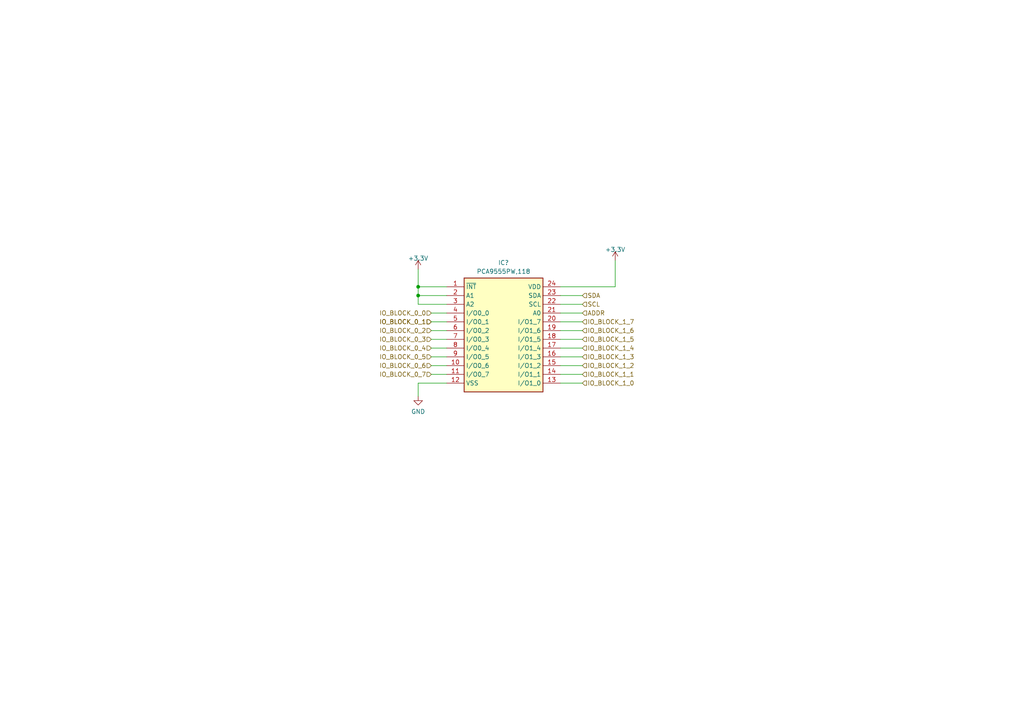
<source format=kicad_sch>
(kicad_sch (version 20230121) (generator eeschema)
  (paper "A4")
  (title_block (date "2023-04-23") (rev "1") (company "UPB - FIIR - Roboți și sisteme de producție") (comment 1 "Alexandru-Ioan Anastasiu"))
  (lib_symbols
    (symbol "PCA9555PW_118:PCA9555PW,118"
      (property "Reference" "IC" (at 29.21 7.62 0))
      (property "Value" "PCA9555PW,118" (at 29.21 5.08 0))
      (symbol "PCA9555PW,118_1_1"
        (rectangle (start 5.08 2.54) (end 27.94 -30.48) (stroke (width 0.254)) (fill (type background)))
        (pin passive line (at 0 0 0) (length 5.08) (name "~{INT}") (number "1"))
        (pin passive line (at 0 -22.86 0) (length 5.08) (name "I/O0_6") (number "10"))
        (pin passive line (at 0 -25.4 0) (length 5.08) (name "I/O0_7") (number "11"))
        (pin passive line (at 0 -27.94 0) (length 5.08) (name "VSS") (number "12"))
        (pin passive line (at 33.02 -27.94 180) (length 5.08) (name "I/O1_0") (number "13"))
        (pin passive line (at 33.02 -25.4 180) (length 5.08) (name "I/O1_1") (number "14"))
        (pin passive line (at 33.02 -22.86 180) (length 5.08) (name "I/O1_2") (number "15"))
        (pin passive line (at 33.02 -20.32 180) (length 5.08) (name "I/O1_3") (number "16"))
        (pin passive line (at 33.02 -17.78 180) (length 5.08) (name "I/O1_4") (number "17"))
        (pin passive line (at 33.02 -15.24 180) (length 5.08) (name "I/O1_5") (number "18"))
        (pin passive line (at 33.02 -12.7 180) (length 5.08) (name "I/O1_6") (number "19"))
        (pin passive line (at 0 -2.54 0) (length 5.08) (name "A1") (number "2"))
        (pin passive line (at 33.02 -10.16 180) (length 5.08) (name "I/O1_7") (number "20"))
        (pin passive line (at 33.02 -7.62 180) (length 5.08) (name "A0") (number "21"))
        (pin passive line (at 33.02 -5.08 180) (length 5.08) (name "SCL") (number "22"))
        (pin passive line (at 33.02 -2.54 180) (length 5.08) (name "SDA") (number "23"))
        (pin passive line (at 33.02 0 180) (length 5.08) (name "VDD") (number "24"))
        (pin passive line (at 0 -5.08 0) (length 5.08) (name "A2") (number "3"))
        (pin passive line (at 0 -7.62 0) (length 5.08) (name "I/O0_0") (number "4"))
        (pin passive line (at 0 -10.16 0) (length 5.08) (name "I/O0_1") (number "5"))
        (pin passive line (at 0 -12.7 0) (length 5.08) (name "I/O0_2") (number "6"))
        (pin passive line (at 0 -15.24 0) (length 5.08) (name "I/O0_3") (number "7"))
        (pin passive line (at 0 -17.78 0) (length 5.08) (name "I/O0_4") (number "8"))
        (pin passive line (at 0 -20.32 0) (length 5.08) (name "I/O0_5") (number "9"))
      )
    )
    (symbol "power:+3.3V" (power) (pin_names (offset 0))
      (property "Value" "+3.3V" (at 0 3.556 0))
      (symbol "+3.3V_0_1"
        (polyline (pts (xy -0.762 1.27) (xy 0 2.54)))
        (polyline (pts (xy 0 0) (xy 0 2.54)))
        (polyline (pts (xy 0 2.54) (xy 0.762 1.27)))
      )
      (symbol "+3.3V_1_1"
        (pin power_in line (at 0 0 90) (length 0) hide (name "+3.3V") (number "1"))
      )
    )
    (symbol "power:GND" (power) (pin_names (offset 0))
      (property "Value" "GND" (at 0 -3.81 0))
      (symbol "GND_0_1"
        (polyline (pts (xy 0 0) (xy 0 -1.27) (xy 1.27 -1.27) (xy 0 -2.54) (xy -1.27 -1.27) (xy 0 -1.27)))
      )
      (symbol "GND_1_1"
        (pin power_in line (at 0 0 270) (length 0) hide (name "GND") (number "1"))
      )
    )
  )
  (junction (at 121.285 83.185))
  (junction (at 121.285 85.725))
  (wire (pts (xy 125.095 93.345) (xy 129.54 93.345)))
  (wire (pts (xy 125.095 95.885) (xy 129.54 95.885)))
  (wire (pts (xy 162.56 88.265) (xy 168.91 88.265)))
  (wire (pts (xy 125.095 90.805) (xy 129.54 90.805)))
  (wire (pts (xy 178.435 83.185) (xy 178.435 75.565)))
  (wire (pts (xy 162.56 106.045) (xy 168.91 106.045)))
  (wire (pts (xy 129.54 111.125) (xy 121.285 111.125)))
  (wire (pts (xy 162.56 90.805) (xy 168.91 90.805)))
  (wire (pts (xy 129.54 85.725) (xy 121.285 85.725)))
  (wire (pts (xy 125.095 98.425) (xy 129.54 98.425)))
  (wire (pts (xy 121.285 111.125) (xy 121.285 114.935)))
  (wire (pts (xy 162.56 100.965) (xy 168.91 100.965)))
  (wire (pts (xy 125.095 108.585) (xy 129.54 108.585)))
  (wire (pts (xy 121.285 85.725) (xy 121.285 83.185)))
  (wire (pts (xy 121.285 83.185) (xy 121.285 78.105)))
  (wire (pts (xy 162.56 103.505) (xy 168.91 103.505)))
  (wire (pts (xy 125.095 100.965) (xy 129.54 100.965)))
  (wire (pts (xy 121.285 83.185) (xy 129.54 83.185)))
  (wire (pts (xy 162.56 111.125) (xy 168.91 111.125)))
  (wire (pts (xy 162.56 83.185) (xy 178.435 83.185)))
  (wire (pts (xy 162.56 93.345) (xy 168.91 93.345)))
  (wire (pts (xy 121.285 88.265) (xy 121.285 85.725)))
  (wire (pts (xy 125.095 103.505) (xy 129.54 103.505)))
  (wire (pts (xy 162.56 95.885) (xy 168.91 95.885)))
  (wire (pts (xy 162.56 108.585) (xy 168.91 108.585)))
  (wire (pts (xy 162.56 98.425) (xy 168.91 98.425)))
  (wire (pts (xy 125.095 106.045) (xy 129.54 106.045)))
  (wire (pts (xy 162.56 85.725) (xy 168.91 85.725)))
  (wire (pts (xy 129.54 88.265) (xy 121.285 88.265)))
  (hierarchical_label "IO_BLOCK_1_2" (shape input) (at 168.91 106.045 0))
  (hierarchical_label "IO_BLOCK_0_1" (shape input) (at 125.095 93.345 180))
  (hierarchical_label "IO_BLOCK_1_5" (shape input) (at 168.91 98.425 0))
  (hierarchical_label "IO_BLOCK_1_1" (shape input) (at 168.91 108.585 0))
  (hierarchical_label "IO_BLOCK_1_7" (shape input) (at 168.91 93.345 0))
  (hierarchical_label "IO_BLOCK_0_6" (shape input) (at 125.095 106.045 180))
  (hierarchical_label "IO_BLOCK_1_3" (shape input) (at 168.91 103.505 0))
  (hierarchical_label "IO_BLOCK_1_4" (shape input) (at 168.91 100.965 0))
  (hierarchical_label "IO_BLOCK_0_7" (shape input) (at 125.095 108.585 180))
  (hierarchical_label "IO_BLOCK_0_3" (shape input) (at 125.095 98.425 180))
  (hierarchical_label "IO_BLOCK_0_2" (shape input) (at 125.095 95.885 180))
  (hierarchical_label "IO_BLOCK_0_4" (shape input) (at 125.095 100.965 180))
  (hierarchical_label "IO_BLOCK_0_1" (shape input) (at 125.095 93.345 180))
  (hierarchical_label "IO_BLOCK_0_5" (shape input) (at 125.095 103.505 180))
  (hierarchical_label "IO_BLOCK_0_0" (shape input) (at 125.095 90.805 180))
  (hierarchical_label "IO_BLOCK_1_0" (shape input) (at 168.91 111.125 0))
  (hierarchical_label "IO_BLOCK_1_6" (shape input) (at 168.91 95.885 0))
  (hierarchical_label "SDA" (shape input) (at 168.91 85.725 0))
  (hierarchical_label "SCL" (shape input) (at 168.91 88.265 0))
  (hierarchical_label "ADDR" (shape input) (at 168.91 90.805 0))
  (symbol (lib_id "PCA9555PW_118:PCA9555PW,118") (at 129.54 83.185 0) (unit 1)
    (property "Reference" "IC?" (at 146.05 76.2 0))
    (property "Value" "PCA9555PW,118" (at 146.05 78.74 0))
    (property "Footprint" "PCA9555PW_118:SOP65P640X110-24N" (effects hide))
    (property "Datasheet" "http://www.nxp.com/docs/en/data-sheet/PCA9555.pdf" (effects hide))
    (property "Height" "1.1" (effects hide))
    (property "Mouser Part Number" "771-PCA9555PW-T" (effects hide))
    (property "Mouser Price/Stock" "https://www.mouser.co.uk/ProductDetail/NXP-Semiconductors/PCA9555PW118?qs=LOCUfHb8d9tg%2FDVhTFcZVQ%3D%3D" (effects hide))
    (property "Manufacturer_Name" "NXP" (effects hide))
    (property "Manufacturer_Part_Number" "PCA9555PW,118" (effects hide))
    (instances (project "PLC-CIM" (path "" (reference "IC?") (unit 1)) (path "" (reference "IC44") (unit 1)) (path "" (reference "IC46") (unit 1))))
  )
  (symbol (lib_id "power:+3.3V") (at 178.435 75.565 0) (unit 1)
    (property "Reference" "#PWR0274" (effects hide))
    (property "Value" "+3.3V" (at 178.435 72.39 0))
    (instances (project "PLC-CIM" (path "" (reference "#PWR0274") (unit 1)) (path "" (reference "#PWR0277") (unit 1))))
  )
  (symbol (lib_id "power:+3.3V") (at 121.285 78.105 0) (unit 1)
    (property "Reference" "#PWR0275" (effects hide))
    (property "Value" "+3.3V" (at 121.285 74.93 0))
    (instances (project "PLC-CIM" (path "" (reference "#PWR0275") (unit 1)) (path "" (reference "#PWR0278") (unit 1))))
  )
  (symbol (lib_id "power:GND") (at 121.285 114.935 0) (unit 1)
    (property "Reference" "#PWR0276" (effects hide))
    (property "Value" "GND" (at 121.285 119.38 0))
    (instances (project "PLC-CIM" (path "" (reference "#PWR0276") (unit 1)) (path "" (reference "#PWR0279") (unit 1))))
  )
)
</source>
